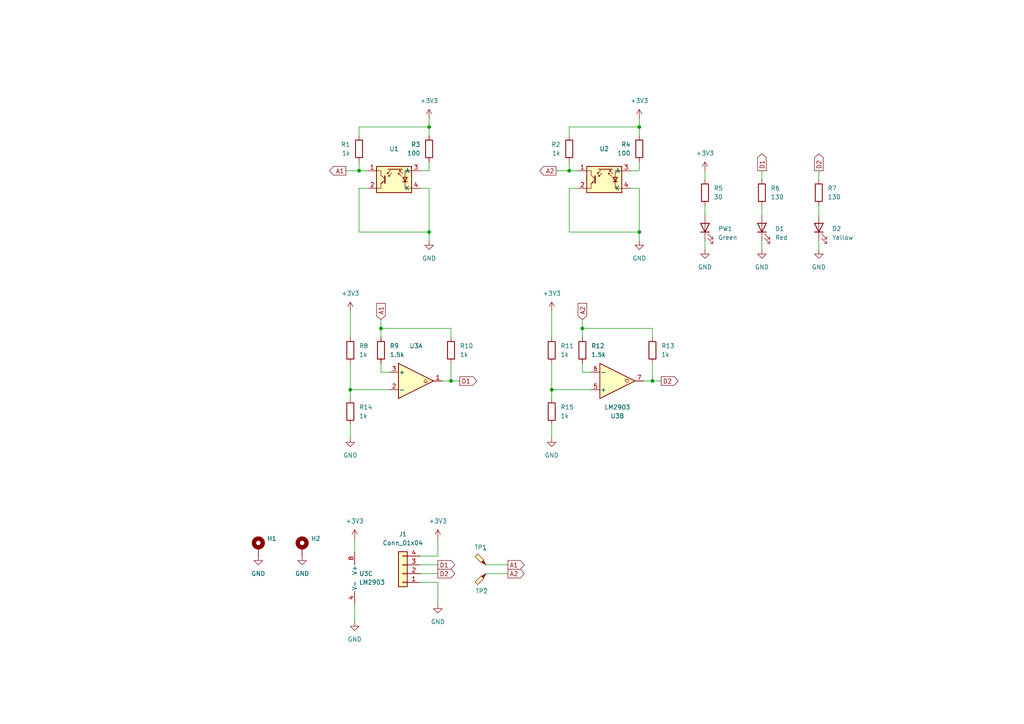
<source format=kicad_sch>
(kicad_sch (version 20230121) (generator eeschema)
  (paper "A4")
  (lib_symbols
    (symbol "Comparator:LM2903" (pin_names (offset 0.127))
      (property "Reference" "U" (at 3.81 3.81 0))
      (property "Value" "LM2903" (at 6.35 -3.81 0))
      (symbol "LM2903_1_1"
        (polyline (pts (xy -5.08 5.08) (xy 5.08 0) (xy -5.08 -5.08) (xy -5.08 5.08)) (stroke (width 0.254)) (fill (type background)))
        (polyline (pts (xy 3.302 -0.508) (xy 2.794 -0.508) (xy 3.302 0) (xy 2.794 0.508) (xy 2.286 0) (xy 2.794 -0.508) (xy 2.286 -0.508)) (stroke (width 0.127)))
        (pin open_collector line (at 7.62 0 180) (length 2.54) (name "~") (number "1"))
        (pin input line (at -7.62 -2.54 0) (length 2.54) (name "-") (number "2"))
        (pin input line (at -7.62 2.54 0) (length 2.54) (name "+") (number "3"))
      )
      (symbol "LM2903_2_1"
        (polyline (pts (xy -5.08 5.08) (xy 5.08 0) (xy -5.08 -5.08) (xy -5.08 5.08)) (stroke (width 0.254)) (fill (type background)))
        (polyline (pts (xy 3.302 -0.508) (xy 2.794 -0.508) (xy 3.302 0) (xy 2.794 0.508) (xy 2.286 0) (xy 2.794 -0.508) (xy 2.286 -0.508)) (stroke (width 0.127)))
        (pin input line (at -7.62 2.54 0) (length 2.54) (name "+") (number "5"))
        (pin input line (at -7.62 -2.54 0) (length 2.54) (name "-") (number "6"))
        (pin open_collector line (at 7.62 0 180) (length 2.54) (name "~") (number "7"))
      )
      (symbol "LM2903_3_1"
        (pin power_in line (at -2.54 -7.62 90) (length 3.81) (name "V-") (number "4"))
        (pin power_in line (at -2.54 7.62 270) (length 3.81) (name "V+") (number "8"))
      )
    )
    (symbol "Connector:TestPoint_Probe" (pin_numbers hide) (pin_names (offset 0.762) hide)
      (property "Reference" "TP" (at 1.651 5.842 0))
      (property "Value" "TestPoint_Probe" (at 1.651 4.064 0))
      (symbol "TestPoint_Probe_0_1"
        (polyline (pts (xy 1.27 0.762) (xy 0 0) (xy 0.762 1.27) (xy 1.27 0.762)) (fill (type outline)))
        (polyline (pts (xy 1.397 0.635) (xy 0.635 1.397) (xy 2.413 3.175) (xy 3.175 2.413) (xy 1.397 0.635)) (fill (type background)))
      )
      (symbol "TestPoint_Probe_1_1"
        (pin passive line (at 0 0 90) (length 0) (name "1") (number "1"))
      )
    )
    (symbol "Connector_Generic:Conn_01x04" (pin_names (offset 1.016) hide)
      (property "Reference" "J" (at 0 5.08 0))
      (property "Value" "Conn_01x04" (at 0 -7.62 0))
      (symbol "Conn_01x04_1_1"
        (rectangle (start -1.27 -4.953) (end 0 -5.207) (stroke (width 0.1524)))
        (rectangle (start -1.27 -2.413) (end 0 -2.667) (stroke (width 0.1524)))
        (rectangle (start -1.27 0.127) (end 0 -0.127) (stroke (width 0.1524)))
        (rectangle (start -1.27 2.667) (end 0 2.413) (stroke (width 0.1524)))
        (rectangle (start -1.27 3.81) (end 1.27 -6.35) (stroke (width 0.254)) (fill (type background)))
        (pin passive line (at -5.08 2.54 0) (length 3.81) (name "Pin_1") (number "1"))
        (pin passive line (at -5.08 0 0) (length 3.81) (name "Pin_2") (number "2"))
        (pin passive line (at -5.08 -2.54 0) (length 3.81) (name "Pin_3") (number "3"))
        (pin passive line (at -5.08 -5.08 0) (length 3.81) (name "Pin_4") (number "4"))
      )
    )
    (symbol "Device:LED" (pin_numbers hide) (pin_names (offset 1.016) hide)
      (property "Reference" "D" (at 0 2.54 0))
      (property "Value" "LED" (at 0 -2.54 0))
      (symbol "LED_0_1"
        (polyline (pts (xy -1.27 -1.27) (xy -1.27 1.27)) (stroke (width 0.254)))
        (polyline (pts (xy -1.27 0) (xy 1.27 0)))
        (polyline (pts (xy 1.27 -1.27) (xy 1.27 1.27) (xy -1.27 0) (xy 1.27 -1.27)) (stroke (width 0.254)))
        (polyline (pts (xy -3.048 -0.762) (xy -4.572 -2.286) (xy -3.81 -2.286) (xy -4.572 -2.286) (xy -4.572 -1.524)))
        (polyline (pts (xy -1.778 -0.762) (xy -3.302 -2.286) (xy -2.54 -2.286) (xy -3.302 -2.286) (xy -3.302 -1.524)))
      )
      (symbol "LED_1_1"
        (pin passive line (at -3.81 0 0) (length 2.54) (name "K") (number "1"))
        (pin passive line (at 3.81 0 180) (length 2.54) (name "A") (number "2"))
      )
    )
    (symbol "Device:R" (pin_numbers hide) (pin_names (offset 0))
      (property "Reference" "R" (at 2.032 0 90))
      (property "Value" "R" (at 0 0 90))
      (symbol "R_0_1"
        (rectangle (start -1.016 -2.54) (end 1.016 2.54) (stroke (width 0.254)))
      )
      (symbol "R_1_1"
        (pin passive line (at 0 3.81 270) (length 1.27) (name "~") (number "1"))
        (pin passive line (at 0 -3.81 90) (length 1.27) (name "~") (number "2"))
      )
    )
    (symbol "ITR1204SR10A_TR(BY)_2"
      (property "Reference" "U" (at 0 3.81 0))
      (property "Value" "ITR1204SR10A_TR(BY)" (at 0 -2.54 0))
      (symbol "ITR1204SR10A_TR(BY)_2_0_1"
        (polyline (pts (xy -2.667 2.413) (xy -3.81 1.27)))
        (polyline (pts (xy -2.667 2.667) (xy -3.81 3.81)))
        (polyline (pts (xy -2.032 4.191) (xy -1.524 4.318)))
        (polyline (pts (xy -1.778 5.461) (xy 2.413 5.461)))
        (polyline (pts (xy -1.651 3.429) (xy -1.143 3.556)))
        (polyline (pts (xy -1.27 5.461) (xy -1.524 5.715)))
        (polyline (pts (xy -0.762 5.461) (xy -1.016 5.715)))
        (polyline (pts (xy -0.254 5.461) (xy -0.508 5.715)))
        (polyline (pts (xy 0.254 5.461) (xy 0 5.715)))
        (polyline (pts (xy 0.762 5.461) (xy 0.508 5.715)))
        (polyline (pts (xy 1.143 4.445) (xy 1.27 3.937)))
        (polyline (pts (xy 1.27 5.461) (xy 1.016 5.715)))
        (polyline (pts (xy 1.524 5.207) (xy 1.651 4.699)))
        (polyline (pts (xy 1.778 5.461) (xy 1.524 5.715)))
        (polyline (pts (xy 2.286 5.461) (xy 2.032 5.715)))
        (polyline (pts (xy 3.81 1.905) (xy 2.54 1.905)) (stroke (width 0.254)))
        (polyline (pts (xy -3.81 1.27) (xy -3.81 0) (xy -5.08 0)))
        (polyline (pts (xy -3.81 3.81) (xy -3.81 5.08) (xy -5.08 5.08)))
        (polyline (pts (xy -2.667 3.556) (xy -2.667 1.524) (xy -2.667 1.524)) (stroke (width 0.3556)))
        (polyline (pts (xy -1.016 5.207) (xy -2.032 4.191) (xy -1.905 4.699)))
        (polyline (pts (xy -0.635 4.445) (xy -1.651 3.429) (xy -1.524 3.937)))
        (polyline (pts (xy 2.159 3.429) (xy 1.143 4.445) (xy 1.651 4.318)))
        (polyline (pts (xy 2.54 4.191) (xy 1.524 5.207) (xy 2.032 5.08)))
        (polyline (pts (xy -3.683 1.397) (xy -3.429 1.905) (xy -3.175 1.651) (xy -3.683 1.397)))
        (polyline (pts (xy 3.175 1.905) (xy 3.81 3.175) (xy 2.54 3.175) (xy 3.175 1.905)) (stroke (width 0.254)))
        (polyline (pts (xy 5.08 0) (xy 3.175 0) (xy 3.175 5.08) (xy 5.08 5.08)))
        (polyline (pts (xy 5.08 -1.27) (xy -5.08 -1.27) (xy -5.08 6.35) (xy 5.08 6.35) (xy 5.08 -1.27)) (stroke (width 0.254)) (fill (type background)))
      )
      (symbol "ITR1204SR10A_TR(BY)_2_1_1"
        (pin open_collector line (at -7.62 5.08 0) (length 2.54) (name "~") (number "1"))
        (pin open_emitter line (at -7.62 0 0) (length 2.54) (name "~") (number "2"))
        (pin passive line (at 7.62 5.08 180) (length 2.54) (name "A") (number "3"))
        (pin passive line (at 7.62 0 180) (length 2.54) (name "K") (number "4"))
      )
    )
    (symbol "Mechanical:MountingHole_Pad" (pin_numbers hide) (pin_names (offset 1.016) hide)
      (property "Reference" "H" (at 0 6.35 0))
      (property "Value" "MountingHole_Pad" (at 0 4.445 0))
      (symbol "MountingHole_Pad_0_1"
        (circle (center 0 1.27) (radius 1.27) (stroke (width 1.27)))
      )
      (symbol "MountingHole_Pad_1_1"
        (pin input line (at 0 -2.54 90) (length 2.54) (name "1") (number "1"))
      )
    )
    (symbol "power:+3V3" (power) (pin_names (offset 0))
      (property "Value" "+3V3" (at 0 3.556 0))
      (symbol "+3V3_0_1"
        (polyline (pts (xy -0.762 1.27) (xy 0 2.54)))
        (polyline (pts (xy 0 0) (xy 0 2.54)))
        (polyline (pts (xy 0 2.54) (xy 0.762 1.27)))
      )
      (symbol "+3V3_1_1"
        (pin power_in line (at 0 0 90) (length 0) hide (name "+3V3") (number "1"))
      )
    )
    (symbol "power:GND" (power) (pin_names (offset 0))
      (property "Value" "GND" (at 0 -3.81 0))
      (symbol "GND_0_1"
        (polyline (pts (xy 0 0) (xy 0 -1.27) (xy 1.27 -1.27) (xy 0 -2.54) (xy -1.27 -1.27) (xy 0 -1.27)))
      )
      (symbol "GND_1_1"
        (pin power_in line (at 0 0 270) (length 0) hide (name "GND") (number "1"))
      )
    )
  )
  (junction (at 124.46 36.83))
  (junction (at 101.6 113.03))
  (junction (at 189.23 110.49))
  (junction (at 160.02 113.03))
  (junction (at 165.1 49.53))
  (junction (at 168.91 95.25))
  (junction (at 110.49 95.25))
  (junction (at 185.42 36.83))
  (junction (at 130.81 110.49))
  (junction (at 104.14 49.53))
  (junction (at 185.42 67.31))
  (junction (at 124.46 67.31))
  (wire (pts (xy 185.42 46.99) (xy 185.42 49.53)))
  (wire (pts (xy 189.23 105.41) (xy 189.23 110.49)))
  (wire (pts (xy 186.69 110.49) (xy 189.23 110.49)))
  (wire (pts (xy 165.1 36.83) (xy 165.1 39.37)))
  (wire (pts (xy 185.42 67.31) (xy 185.42 69.85)))
  (wire (pts (xy 101.6 90.17) (xy 101.6 97.79)))
  (wire (pts (xy 104.14 49.53) (xy 104.14 46.99)))
  (wire (pts (xy 165.1 49.53) (xy 165.1 46.99)))
  (wire (pts (xy 220.98 49.53) (xy 220.98 52.07)))
  (wire (pts (xy 101.6 113.03) (xy 113.03 113.03)))
  (wire (pts (xy 110.49 92.71) (xy 110.49 95.25)))
  (wire (pts (xy 191.77 110.49) (xy 189.23 110.49)))
  (wire (pts (xy 168.91 105.41) (xy 168.91 107.95)))
  (wire (pts (xy 237.49 69.85) (xy 237.49 72.39)))
  (wire (pts (xy 124.46 49.53) (xy 121.92 49.53)))
  (wire (pts (xy 204.47 59.69) (xy 204.47 62.23)))
  (wire (pts (xy 127 166.37) (xy 121.92 166.37)))
  (wire (pts (xy 147.32 163.83) (xy 140.97 163.83)))
  (wire (pts (xy 220.98 72.39) (xy 220.98 69.85)))
  (wire (pts (xy 124.46 34.29) (xy 124.46 36.83)))
  (wire (pts (xy 104.14 49.53) (xy 100.33 49.53)))
  (wire (pts (xy 165.1 49.53) (xy 161.29 49.53)))
  (wire (pts (xy 106.68 49.53) (xy 104.14 49.53)))
  (wire (pts (xy 140.97 166.37) (xy 147.32 166.37)))
  (wire (pts (xy 185.42 67.31) (xy 165.1 67.31)))
  (wire (pts (xy 204.47 49.53) (xy 204.47 52.07)))
  (wire (pts (xy 102.87 156.21) (xy 102.87 160.02)))
  (wire (pts (xy 124.46 36.83) (xy 124.46 39.37)))
  (wire (pts (xy 110.49 107.95) (xy 113.03 107.95)))
  (wire (pts (xy 220.98 59.69) (xy 220.98 62.23)))
  (wire (pts (xy 160.02 113.03) (xy 160.02 115.57)))
  (wire (pts (xy 168.91 95.25) (xy 189.23 95.25)))
  (wire (pts (xy 185.42 54.61) (xy 182.88 54.61)))
  (wire (pts (xy 185.42 54.61) (xy 185.42 67.31)))
  (wire (pts (xy 110.49 95.25) (xy 110.49 97.79)))
  (wire (pts (xy 237.49 49.53) (xy 237.49 52.07)))
  (wire (pts (xy 185.42 34.29) (xy 185.42 36.83)))
  (wire (pts (xy 130.81 97.79) (xy 130.81 95.25)))
  (wire (pts (xy 110.49 105.41) (xy 110.49 107.95)))
  (wire (pts (xy 124.46 36.83) (xy 104.14 36.83)))
  (wire (pts (xy 128.27 110.49) (xy 130.81 110.49)))
  (wire (pts (xy 130.81 105.41) (xy 130.81 110.49)))
  (wire (pts (xy 124.46 67.31) (xy 124.46 69.85)))
  (wire (pts (xy 127 156.21) (xy 127 161.29)))
  (wire (pts (xy 124.46 54.61) (xy 121.92 54.61)))
  (wire (pts (xy 160.02 127) (xy 160.02 123.19)))
  (wire (pts (xy 168.91 95.25) (xy 168.91 97.79)))
  (wire (pts (xy 101.6 115.57) (xy 101.6 113.03)))
  (wire (pts (xy 102.87 175.26) (xy 102.87 180.34)))
  (wire (pts (xy 167.64 49.53) (xy 165.1 49.53)))
  (wire (pts (xy 168.91 92.71) (xy 168.91 95.25)))
  (wire (pts (xy 101.6 113.03) (xy 101.6 105.41)))
  (wire (pts (xy 160.02 105.41) (xy 160.02 113.03)))
  (wire (pts (xy 204.47 72.39) (xy 204.47 69.85)))
  (wire (pts (xy 124.46 67.31) (xy 104.14 67.31)))
  (wire (pts (xy 110.49 95.25) (xy 130.81 95.25)))
  (wire (pts (xy 185.42 36.83) (xy 165.1 36.83)))
  (wire (pts (xy 165.1 54.61) (xy 165.1 67.31)))
  (wire (pts (xy 160.02 113.03) (xy 171.45 113.03)))
  (wire (pts (xy 104.14 54.61) (xy 104.14 67.31)))
  (wire (pts (xy 104.14 36.83) (xy 104.14 39.37)))
  (wire (pts (xy 127 163.83) (xy 121.92 163.83)))
  (wire (pts (xy 168.91 107.95) (xy 171.45 107.95)))
  (wire (pts (xy 124.46 46.99) (xy 124.46 49.53)))
  (wire (pts (xy 160.02 90.17) (xy 160.02 97.79)))
  (wire (pts (xy 121.92 161.29) (xy 127 161.29)))
  (wire (pts (xy 101.6 127) (xy 101.6 123.19)))
  (wire (pts (xy 127 168.91) (xy 127 175.26)))
  (wire (pts (xy 165.1 54.61) (xy 167.64 54.61)))
  (wire (pts (xy 189.23 97.79) (xy 189.23 95.25)))
  (wire (pts (xy 121.92 168.91) (xy 127 168.91)))
  (wire (pts (xy 124.46 54.61) (xy 124.46 67.31)))
  (wire (pts (xy 237.49 59.69) (xy 237.49 62.23)))
  (wire (pts (xy 104.14 54.61) (xy 106.68 54.61)))
  (wire (pts (xy 185.42 49.53) (xy 182.88 49.53)))
  (wire (pts (xy 185.42 36.83) (xy 185.42 39.37)))
  (wire (pts (xy 133.35 110.49) (xy 130.81 110.49)))
  (global_label "D2" (shape output) (at 127 166.37 0) (property "Intersheetrefs" "${INTERSHEET_REFS}" (effects hide)))
  (global_label "D1" (shape output) (at 133.35 110.49 0) (property "Intersheetrefs" "${INTERSHEET_REFS}" (effects hide)))
  (global_label "A1" (shape output) (at 147.32 163.83 0) (property "Intersheetrefs" "${INTERSHEET_REFS}" (effects hide)))
  (global_label "A1" (shape input) (at 110.49 92.71 90) (property "Intersheetrefs" "${INTERSHEET_REFS}" (effects hide)))
  (global_label "D2" (shape output) (at 191.77 110.49 0) (property "Intersheetrefs" "${INTERSHEET_REFS}" (effects hide)))
  (global_label "D2" (shape output) (at 237.49 49.53 90) (property "Intersheetrefs" "${INTERSHEET_REFS}" (effects hide)))
  (global_label "D1" (shape output) (at 127 163.83 0) (property "Intersheetrefs" "${INTERSHEET_REFS}" (effects hide)))
  (global_label "A2" (shape output) (at 161.29 49.53 180) (property "Intersheetrefs" "${INTERSHEET_REFS}" (effects hide)))
  (global_label "A2" (shape input) (at 168.91 92.71 90) (property "Intersheetrefs" "${INTERSHEET_REFS}" (effects hide)))
  (global_label "A1" (shape output) (at 100.33 49.53 180) (property "Intersheetrefs" "${INTERSHEET_REFS}" (effects hide)))
  (global_label "A2" (shape output) (at 147.32 166.37 0) (property "Intersheetrefs" "${INTERSHEET_REFS}" (effects hide)))
  (global_label "D1" (shape output) (at 220.98 49.53 90) (property "Intersheetrefs" "${INTERSHEET_REFS}" (effects hide)))
  (symbol (lib_id "Connector:TestPoint_Probe") (at 140.97 166.37 90) (mirror x) (unit 1)
    (property "Reference" "TP2" (at 139.7 171.45 90))
    (property "Value" "~" (at 140.6525 170.18 0) (effects (justify left)))
    (property "Footprint" "TestPoint:TestPoint_Pad_D1.0mm" (effects hide))
  )
  (symbol (lib_id "power:+3V3") (at 127 156.21 0) (unit 1)
    (property "Reference" "#PWR014" (effects hide))
    (property "Value" "+3V3" (at 127 151.13 0))
  )
  (symbol (lib_id "power:GND") (at 124.46 69.85 0) (mirror y) (unit 1)
    (property "Reference" "#PWR04" (effects hide))
    (property "Value" "GND" (at 124.46 74.93 0))
  )
  (symbol (lib_id "Mechanical:MountingHole_Pad") (at 87.63 158.75 0) (unit 1)
    (property "Reference" "H2" (at 90.17 156.21 0) (effects (justify left)))
    (property "Value" "MountingHole_Pad" (effects hide))
    (property "Footprint" "MountingHole:MountingHole_2.2mm_M2_ISO7380_Pad" (effects hide))
  )
  (symbol (lib_id "Device:R") (at 101.6 101.6 0) (unit 1)
    (property "Reference" "R8" (at 104.14 100.33 0) (effects (justify left)))
    (property "Value" "1k" (at 104.14 102.87 0) (effects (justify left)))
    (property "Footprint" "Resistor_SMD:R_0603_1608Metric" (effects hide))
    (property "LCSC" "C22548" (effects hide))
  )
  (symbol (lib_id "Device:R") (at 165.1 43.18 0) (mirror y) (unit 1)
    (property "Reference" "R2" (at 162.56 41.91 0) (effects (justify left)))
    (property "Value" "1k" (at 162.56 44.45 0) (effects (justify left)))
    (property "Footprint" "Resistor_SMD:R_0603_1608Metric" (effects hide))
    (property "LCSC" "C22548" (effects hide))
  )
  (symbol (lib_id "Device:R") (at 220.98 55.88 0) (unit 1)
    (property "Reference" "R6" (at 223.52 54.61 0) (effects (justify left)))
    (property "Value" "130" (at 223.52 57.15 0) (effects (justify left)))
    (property "Footprint" "Resistor_SMD:R_0603_1608Metric" (effects hide))
    (property "LCSC" "C2933138" (effects hide))
  )
  (symbol (lib_id "power:GND") (at 237.49 72.39 0) (mirror y) (unit 1)
    (property "Reference" "#PWR08" (effects hide))
    (property "Value" "GND" (at 237.49 77.47 0))
  )
  (symbol (lib_id "Device:R") (at 101.6 119.38 180) (unit 1)
    (property "Reference" "R14" (at 104.14 118.11 0) (effects (justify right)))
    (property "Value" "1k" (at 104.14 120.65 0) (effects (justify right)))
    (property "Footprint" "Resistor_SMD:R_0603_1608Metric" (effects hide))
    (property "LCSC" "C22548" (effects hide))
  )
  (symbol (lib_id "Device:R") (at 204.47 55.88 0) (unit 1)
    (property "Reference" "R5" (at 207.01 54.61 0) (effects (justify left)))
    (property "Value" "30" (at 207.01 57.15 0) (effects (justify left)))
    (property "Footprint" "Resistor_SMD:R_0603_1608Metric" (effects hide))
    (property "LCSC" "C128060" (effects hide))
  )
  (symbol (lib_id "power:GND") (at 220.98 72.39 0) (mirror y) (unit 1)
    (property "Reference" "#PWR07" (effects hide))
    (property "Value" "GND" (at 220.98 77.47 0))
  )
  (symbol (lib_id "power:GND") (at 74.93 161.29 0) (unit 1)
    (property "Reference" "#PWR015" (effects hide))
    (property "Value" "GND" (at 74.93 166.37 0))
  )
  (symbol (lib_id "Device:R") (at 160.02 119.38 180) (unit 1)
    (property "Reference" "R15" (at 162.56 118.11 0) (effects (justify right)))
    (property "Value" "1k" (at 162.56 120.65 0) (effects (justify right)))
    (property "Footprint" "Resistor_SMD:R_0603_1608Metric" (effects hide))
    (property "LCSC" "C22548" (effects hide))
  )
  (symbol (lib_id "power:+3V3") (at 101.6 90.17 0) (unit 1)
    (property "Reference" "#PWR09" (effects hide))
    (property "Value" "+3V3" (at 101.6 85.09 0))
  )
  (symbol (lib_id "power:GND") (at 127 175.26 0) (unit 1)
    (property "Reference" "#PWR017" (effects hide))
    (property "Value" "GND" (at 127 180.34 0))
  )
  (symbol (lib_name "ITR1204SR10A_TR(BY)_2") (lib_id "open-servo-controller:ITR1204SR10A_TR(BY)") (at 114.3 54.61 0) (unit 1)
    (property "Reference" "U1" (at 114.3 43.18 0))
    (property "Value" "ITR1204SR10A_TR(BY)" (effects hide))
    (property "Footprint" "open-servo-controller:OPTO-SMD-4_ITR1204SR10A" (effects hide))
    (property "Datasheet" "https://item.szlcsc.com/481858.html?ref=editor&logined=true" (effects hide))
    (property "LCSC" "C475373" (effects hide))
  )
  (symbol (lib_id "power:GND") (at 160.02 127 0) (unit 1)
    (property "Reference" "#PWR012" (effects hide))
    (property "Value" "GND" (at 160.02 132.08 0))
  )
  (symbol (lib_id "Connector:TestPoint_Probe") (at 140.97 163.83 90) (unit 1)
    (property "Reference" "TP1" (at 139.3825 158.75 90))
    (property "Value" "~" (at 140.6525 160.02 0) (effects (justify left)))
    (property "Footprint" "TestPoint:TestPoint_Pad_D1.0mm" (effects hide))
  )
  (symbol (lib_id "Device:R") (at 160.02 101.6 0) (unit 1)
    (property "Reference" "R11" (at 162.56 100.33 0) (effects (justify left)))
    (property "Value" "1k" (at 162.56 102.87 0) (effects (justify left)))
    (property "Footprint" "Resistor_SMD:R_0603_1608Metric" (effects hide))
    (property "LCSC" "C22548" (effects hide))
  )
  (symbol (lib_id "Device:LED") (at 204.47 66.04 90) (unit 1)
    (property "Reference" "PW1" (at 208.28 66.3575 90) (effects (justify right)))
    (property "Value" "Green" (at 208.28 68.8975 90) (effects (justify right)))
    (property "Footprint" "LED_SMD:LED_0603_1608Metric" (effects hide))
    (property "Datasheet" "https://datasheet.lcsc.com/lcsc/2003282232_HONGLITRONIC-Hongli-Zhihui--HONGLITRONIC-HL-PST-1608U51GC_C497927.pdf" (effects hide))
    (property "LCSC" "C497927" (effects hide))
  )
  (symbol (lib_id "Device:R") (at 110.49 101.6 180) (unit 1)
    (property "Reference" "R9" (at 113.03 100.33 0) (effects (justify right)))
    (property "Value" "1.5k" (at 113.03 102.87 0) (effects (justify right)))
    (property "Footprint" "Resistor_SMD:R_0603_1608Metric" (effects hide))
    (property "LCSC" "C114668" (effects hide))
  )
  (symbol (lib_id "power:GND") (at 101.6 127 0) (unit 1)
    (property "Reference" "#PWR011" (effects hide))
    (property "Value" "GND" (at 101.6 132.08 0))
  )
  (symbol (lib_id "Device:R") (at 130.81 101.6 180) (unit 1)
    (property "Reference" "R10" (at 133.35 100.33 0) (effects (justify right)))
    (property "Value" "1k" (at 133.35 102.87 0) (effects (justify right)))
    (property "Footprint" "Resistor_SMD:R_0603_1608Metric" (effects hide))
    (property "LCSC" "C22548" (effects hide))
  )
  (symbol (lib_id "Device:R") (at 189.23 101.6 180) (unit 1)
    (property "Reference" "R13" (at 191.77 100.33 0) (effects (justify right)))
    (property "Value" "1k" (at 191.77 102.87 0) (effects (justify right)))
    (property "Footprint" "Resistor_SMD:R_0603_1608Metric" (effects hide))
    (property "LCSC" "C22548" (effects hide))
  )
  (symbol (lib_id "power:+3V3") (at 204.47 49.53 0) (mirror y) (unit 1)
    (property "Reference" "#PWR03" (effects hide))
    (property "Value" "+3V3" (at 204.47 44.45 0))
  )
  (symbol (lib_id "Connector_Generic:Conn_01x04") (at 116.84 166.37 180) (unit 1)
    (property "Reference" "J1" (at 116.84 154.94 0))
    (property "Value" "Conn_01x04" (at 116.84 157.48 0))
    (property "Footprint" "Connector_PinHeader_2.54mm:PinHeader_1x04_P2.54mm_Vertical_SMD_Pin1Right" (effects hide))
    (property "LCSC" "C780062" (effects hide))
  )
  (symbol (lib_id "Device:R") (at 168.91 101.6 180) (unit 1)
    (property "Reference" "R12" (at 171.45 100.33 0) (effects (justify right)))
    (property "Value" "1.5k" (at 171.45 102.87 0) (effects (justify right)))
    (property "Footprint" "Resistor_SMD:R_0603_1608Metric" (effects hide))
    (property "LCSC" "C114668" (effects hide))
  )
  (symbol (lib_id "power:+3V3") (at 102.87 156.21 0) (unit 1)
    (property "Reference" "#PWR013" (effects hide))
    (property "Value" "+3V3" (at 102.87 151.13 0))
  )
  (symbol (lib_id "Comparator:LM2903") (at 105.41 167.64 0) (unit 3)
    (property "Reference" "U3" (at 104.14 166.37 0) (effects (justify left)))
    (property "Value" "LM2903" (at 104.14 168.91 0) (effects (justify left)))
    (property "Footprint" "Package_SO:SOIC-8_3.9x4.9mm_P1.27mm" (effects hide))
    (property "Datasheet" "https://datasheet.lcsc.com/lcsc/1809291619_STMicroelectronics-LM2903DT_C98194.pdf" (effects hide))
    (property "LCSC" "C98194" (effects hide))
  )
  (symbol (lib_id "power:+3V3") (at 160.02 90.17 0) (unit 1)
    (property "Reference" "#PWR010" (effects hide))
    (property "Value" "+3V3" (at 160.02 85.09 0))
  )
  (symbol (lib_id "power:GND") (at 185.42 69.85 0) (mirror y) (unit 1)
    (property "Reference" "#PWR05" (effects hide))
    (property "Value" "GND" (at 185.42 74.93 0))
  )
  (symbol (lib_id "power:GND") (at 204.47 72.39 0) (mirror y) (unit 1)
    (property "Reference" "#PWR06" (effects hide))
    (property "Value" "GND" (at 204.47 77.47 0))
  )
  (symbol (lib_id "power:+3V3") (at 124.46 34.29 0) (mirror y) (unit 1)
    (property "Reference" "#PWR01" (effects hide))
    (property "Value" "+3V3" (at 124.46 29.21 0))
  )
  (symbol (lib_id "Device:R") (at 185.42 43.18 0) (mirror x) (unit 1)
    (property "Reference" "R4" (at 182.88 41.91 0) (effects (justify right)))
    (property "Value" "100" (at 182.88 44.45 0) (effects (justify right)))
    (property "Footprint" "Resistor_SMD:R_0603_1608Metric" (effects hide))
    (property "Datasheet" "https://datasheet.lcsc.com/lcsc/2304140030_YAGEO-AC0603FR-07100RL_C125923.pdf" (effects hide))
    (property "LCSC" "C125923" (effects hide))
  )
  (symbol (lib_id "Device:LED") (at 237.49 66.04 90) (unit 1)
    (property "Reference" "D2" (at 241.3 66.3575 90) (effects (justify right)))
    (property "Value" "Yellow" (at 241.3 68.8975 90) (effects (justify right)))
    (property "Footprint" "LED_SMD:LED_0603_1608Metric" (effects hide))
    (property "Datasheet" "https://datasheet.lcsc.com/lcsc/2005120932_HONGLITRONIC-Hongli-Zhihui--HONGLITRONIC-HL-PST-1608U32YC_C497929.pdf" (effects hide))
    (property "LCSC" "C497929" (effects hide))
  )
  (symbol (lib_name "ITR1204SR10A_TR(BY)_2") (lib_id "open-servo-controller:ITR1204SR10A_TR(BY)") (at 175.26 54.61 0) (unit 1)
    (property "Reference" "U2" (at 175.26 43.18 0))
    (property "Value" "ITR1204SR10A_TR(BY)" (effects hide))
    (property "Footprint" "open-servo-controller:OPTO-SMD-4_ITR1204SR10A" (effects hide))
    (property "Datasheet" "https://item.szlcsc.com/481858.html?ref=editor&logined=true" (effects hide))
    (property "LCSC" "C475373" (effects hide))
  )
  (symbol (lib_id "Device:LED") (at 220.98 66.04 90) (unit 1)
    (property "Reference" "D1" (at 224.79 66.3575 90) (effects (justify right)))
    (property "Value" "Red" (at 224.79 68.8975 90) (effects (justify right)))
    (property "Footprint" "LED_SMD:LED_0603_1608Metric" (effects hide))
    (property "Datasheet" "https://datasheet.lcsc.com/lcsc/2004071704_HONGLITRONIC-Hongli-Zhihui--HONGLITRONIC-HL-PT-1608S52FC-L_C497918.pdf" (effects hide))
    (property "LCSC" "C497918" (effects hide))
  )
  (symbol (lib_id "Device:R") (at 124.46 43.18 0) (mirror x) (unit 1)
    (property "Reference" "R3" (at 121.92 41.91 0) (effects (justify right)))
    (property "Value" "100" (at 121.92 44.45 0) (effects (justify right)))
    (property "Footprint" "Resistor_SMD:R_0603_1608Metric" (effects hide))
    (property "Datasheet" "https://datasheet.lcsc.com/lcsc/2304140030_YAGEO-AC0603FR-07100RL_C125923.pdf" (effects hide))
    (property "LCSC" "C125923" (effects hide))
  )
  (symbol (lib_id "power:+3V3") (at 185.42 34.29 0) (mirror y) (unit 1)
    (property "Reference" "#PWR02" (effects hide))
    (property "Value" "+3V3" (at 185.42 29.21 0))
  )
  (symbol (lib_id "power:GND") (at 102.87 180.34 0) (unit 1)
    (property "Reference" "#PWR018" (effects hide))
    (property "Value" "GND" (at 102.87 185.42 0))
  )
  (symbol (lib_id "Comparator:LM2903") (at 179.07 110.49 0) (mirror x) (unit 2)
    (property "Reference" "U3" (at 179.07 120.65 0))
    (property "Value" "LM2903" (at 179.07 118.11 0))
    (property "Footprint" "Package_SO:SOIC-8_3.9x4.9mm_P1.27mm" (effects hide))
    (property "Datasheet" "https://datasheet.lcsc.com/lcsc/1809291619_STMicroelectronics-LM2903DT_C98194.pdf" (effects hide))
    (property "LCSC" "C98194" (effects hide))
  )
  (symbol (lib_id "Device:R") (at 104.14 43.18 0) (mirror y) (unit 1)
    (property "Reference" "R1" (at 101.6 41.91 0) (effects (justify left)))
    (property "Value" "1k" (at 101.6 44.45 0) (effects (justify left)))
    (property "Footprint" "Resistor_SMD:R_0603_1608Metric" (effects hide))
    (property "LCSC" "C22548" (effects hide))
  )
  (symbol (lib_id "Device:R") (at 237.49 55.88 0) (unit 1)
    (property "Reference" "R7" (at 240.03 54.61 0) (effects (justify left)))
    (property "Value" "130" (at 240.03 57.15 0) (effects (justify left)))
    (property "Footprint" "Resistor_SMD:R_0603_1608Metric" (effects hide))
    (property "LCSC" "C2933138" (effects hide))
  )
  (symbol (lib_id "Comparator:LM2903") (at 120.65 110.49 0) (unit 1)
    (property "Reference" "U3" (at 120.65 100.33 0))
    (property "Value" "LM2903" (effects hide))
    (property "Footprint" "Package_SO:SOIC-8_3.9x4.9mm_P1.27mm" (effects hide))
    (property "Datasheet" "https://datasheet.lcsc.com/lcsc/1809291619_STMicroelectronics-LM2903DT_C98194.pdf" (effects hide))
    (property "LCSC" "C98194" (effects hide))
  )
  (symbol (lib_id "power:GND") (at 87.63 161.29 0) (unit 1)
    (property "Reference" "#PWR016" (effects hide))
    (property "Value" "GND" (at 87.63 166.37 0))
  )
  (symbol (lib_id "Mechanical:MountingHole_Pad") (at 74.93 158.75 0) (unit 1)
    (property "Reference" "H1" (at 77.47 156.21 0) (effects (justify left)))
    (property "Value" "MountingHole_Pad" (effects hide))
    (property "Footprint" "MountingHole:MountingHole_2.2mm_M2_ISO7380_Pad" (effects hide))
  )
)
</source>
